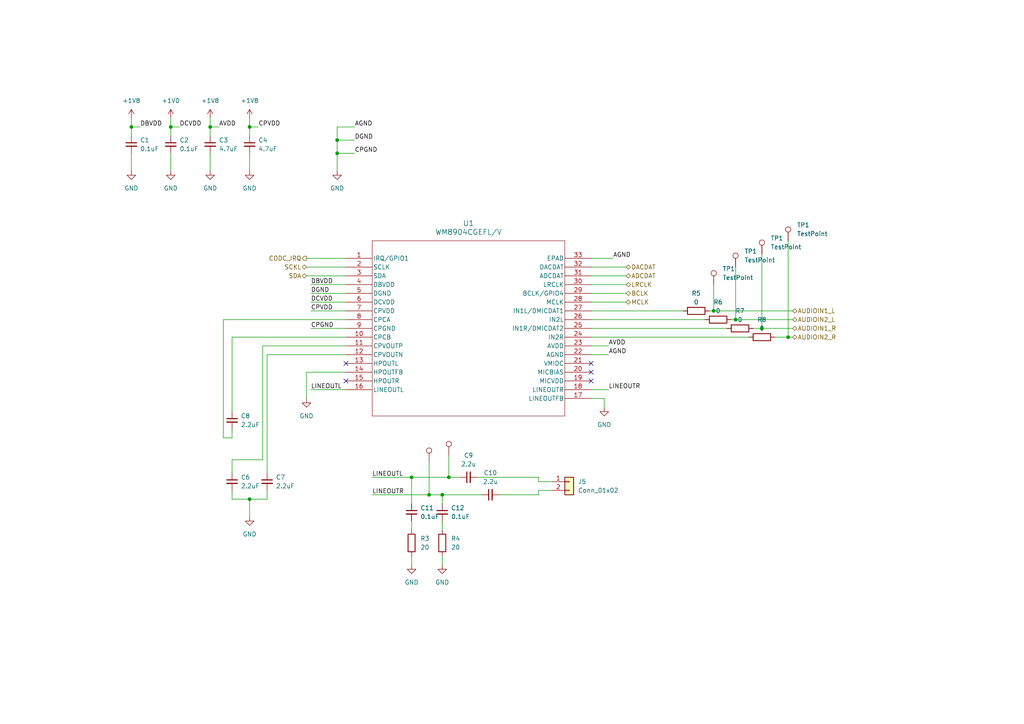
<source format=kicad_sch>
(kicad_sch (version 20230121) (generator eeschema)
  (paper "A4")
  (title_block (title "TeenieWeenie Analog Front End"))
  (lib_symbols
    (symbol "Connector:TestPoint" (pin_numbers hide) (pin_names (offset 0.762) hide)
      (property "Reference" "TP" (at 0 6.858 0))
      (property "Value" "TestPoint" (at 0 5.08 0))
      (symbol "TestPoint_0_1"
        (circle (center 0 3.302) (radius 0.762))
      )
      (symbol "TestPoint_1_1"
        (pin passive line (at 0 0 90) (length 2.54) (name "1") (number "1"))
      )
    )
    (symbol "Connector_Generic:Conn_01x02" (pin_names (offset 1.016) hide)
      (property "Reference" "J" (at 0 2.54 0))
      (property "Value" "Conn_01x02" (at 0 -5.08 0))
      (symbol "Conn_01x02_1_1"
        (rectangle (start -1.27 -2.413) (end 0 -2.667) (stroke (width 0.1524)))
        (rectangle (start -1.27 0.127) (end 0 -0.127) (stroke (width 0.1524)))
        (rectangle (start -1.27 1.27) (end 1.27 -3.81) (stroke (width 0.254)) (fill (type background)))
        (pin passive line (at -5.08 0 0) (length 3.81) (name "Pin_1") (number "1"))
        (pin passive line (at -5.08 -2.54 0) (length 3.81) (name "Pin_2") (number "2"))
      )
    )
    (symbol "Device:C_Small" (pin_numbers hide) (pin_names (offset 0.254) hide)
      (property "Reference" "C" (at 0.254 1.778 0))
      (property "Value" "C_Small" (at 0.254 -2.032 0))
      (symbol "C_Small_0_1"
        (polyline (pts (xy -1.524 -0.508) (xy 1.524 -0.508)) (stroke (width 0.3302)))
        (polyline (pts (xy -1.524 0.508) (xy 1.524 0.508)) (stroke (width 0.3048)))
      )
      (symbol "C_Small_1_1"
        (pin passive line (at 0 2.54 270) (length 2.032) (name "~") (number "1"))
        (pin passive line (at 0 -2.54 90) (length 2.032) (name "~") (number "2"))
      )
    )
    (symbol "Device:R" (pin_numbers hide) (pin_names (offset 0))
      (property "Reference" "R" (at 2.032 0 90))
      (property "Value" "R" (at 0 0 90))
      (symbol "R_0_1"
        (rectangle (start -1.016 -2.54) (end 1.016 2.54) (stroke (width 0.254)))
      )
      (symbol "R_1_1"
        (pin passive line (at 0 3.81 270) (length 1.27) (name "~") (number "1"))
        (pin passive line (at 0 -3.81 90) (length 1.27) (name "~") (number "2"))
      )
    )
    (symbol "TeenieWeenie:WM8904CGEFL_V" (pin_names (offset 0.254))
      (property "Reference" "U" (at 35.56 10.16 0))
      (property "Value" "WM8904CGEFL/V" (at 35.56 7.62 0))
      (symbol "WM8904CGEFL_V_0_1"
        (polyline (pts (xy 7.62 -45.72) (xy 63.5 -45.72)) (stroke (width 0.127)))
        (polyline (pts (xy 7.62 5.08) (xy 7.62 -45.72)) (stroke (width 0.127)))
        (polyline (pts (xy 63.5 -45.72) (xy 63.5 5.08)) (stroke (width 0.127)))
        (polyline (pts (xy 63.5 5.08) (xy 7.62 5.08)) (stroke (width 0.127)))
        (pin unspecified line (at 0 0 0) (length 7.62) (name "IRQ/GPIO1") (number "1"))
        (pin unspecified line (at 0 -22.86 0) (length 7.62) (name "CPCB") (number "10"))
        (pin output line (at 0 -25.4 0) (length 7.62) (name "CPVOUTP") (number "11"))
        (pin output line (at 0 -27.94 0) (length 7.62) (name "CPVOUTN") (number "12"))
        (pin output line (at 0 -30.48 0) (length 7.62) (name "HPOUTL") (number "13"))
        (pin output line (at 0 -33.02 0) (length 7.62) (name "HPOUTFB") (number "14"))
        (pin output line (at 0 -35.56 0) (length 7.62) (name "HPOUTR") (number "15"))
        (pin output line (at 0 -38.1 0) (length 7.62) (name "LINEOUTL") (number "16"))
        (pin output line (at 71.12 -40.64 180) (length 7.62) (name "LINEOUTFB") (number "17"))
        (pin output line (at 71.12 -38.1 180) (length 7.62) (name "LINEOUTR") (number "18"))
        (pin power_in line (at 71.12 -35.56 180) (length 7.62) (name "MICVDD") (number "19"))
        (pin unspecified line (at 0 -2.54 0) (length 7.62) (name "SCLK") (number "2"))
        (pin unspecified line (at 71.12 -33.02 180) (length 7.62) (name "MICBIAS") (number "20"))
        (pin unspecified line (at 71.12 -30.48 180) (length 7.62) (name "VMIDC") (number "21"))
        (pin power_out line (at 71.12 -27.94 180) (length 7.62) (name "AGND") (number "22"))
        (pin power_in line (at 71.12 -25.4 180) (length 7.62) (name "AVDD") (number "23"))
        (pin input line (at 71.12 -22.86 180) (length 7.62) (name "IN2R") (number "24"))
        (pin input line (at 71.12 -20.32 180) (length 7.62) (name "IN1R/DMICDAT2") (number "25"))
        (pin input line (at 71.12 -17.78 180) (length 7.62) (name "IN2L") (number "26"))
        (pin input line (at 71.12 -15.24 180) (length 7.62) (name "IN1L/DMICDAT1") (number "27"))
        (pin unspecified line (at 71.12 -12.7 180) (length 7.62) (name "MCLK") (number "28"))
        (pin unspecified line (at 71.12 -10.16 180) (length 7.62) (name "BCLK/GPIO4") (number "29"))
        (pin unspecified line (at 0 -5.08 0) (length 7.62) (name "SDA") (number "3"))
        (pin unspecified line (at 71.12 -7.62 180) (length 7.62) (name "LRCLK") (number "30"))
        (pin unspecified line (at 71.12 -5.08 180) (length 7.62) (name "ADCDAT") (number "31"))
        (pin unspecified line (at 71.12 -2.54 180) (length 7.62) (name "DACDAT") (number "32"))
        (pin unspecified line (at 71.12 0 180) (length 7.62) (name "EPAD") (number "33"))
        (pin power_in line (at 0 -7.62 0) (length 7.62) (name "DBVDD") (number "4"))
        (pin power_out line (at 0 -10.16 0) (length 7.62) (name "DGND") (number "5"))
        (pin power_in line (at 0 -12.7 0) (length 7.62) (name "DCVDD") (number "6"))
        (pin power_in line (at 0 -15.24 0) (length 7.62) (name "CPVDD") (number "7"))
        (pin unspecified line (at 0 -17.78 0) (length 7.62) (name "CPCA") (number "8"))
        (pin power_out line (at 0 -20.32 0) (length 7.62) (name "CPGND") (number "9"))
      )
    )
    (symbol "power:+1V0" (power) (pin_names (offset 0))
      (property "Value" "+1V0" (at 0 3.556 0))
      (symbol "+1V0_0_1"
        (polyline (pts (xy -0.762 1.27) (xy 0 2.54)))
        (polyline (pts (xy 0 0) (xy 0 2.54)))
        (polyline (pts (xy 0 2.54) (xy 0.762 1.27)))
      )
      (symbol "+1V0_1_1"
        (pin power_in line (at 0 0 90) (length 0) hide (name "+1V0") (number "1"))
      )
    )
    (symbol "power:+1V8" (power) (pin_names (offset 0))
      (property "Value" "+1V8" (at 0 3.556 0))
      (symbol "+1V8_0_1"
        (polyline (pts (xy -0.762 1.27) (xy 0 2.54)))
        (polyline (pts (xy 0 0) (xy 0 2.54)))
        (polyline (pts (xy 0 2.54) (xy 0.762 1.27)))
      )
      (symbol "+1V8_1_1"
        (pin power_in line (at 0 0 90) (length 0) hide (name "+1V8") (number "1"))
      )
    )
    (symbol "power:GND" (power) (pin_names (offset 0))
      (property "Value" "GND" (at 0 -3.81 0))
      (symbol "GND_0_1"
        (polyline (pts (xy 0 0) (xy 0 -1.27) (xy 1.27 -1.27) (xy 0 -2.54) (xy -1.27 -1.27) (xy 0 -1.27)))
      )
      (symbol "GND_1_1"
        (pin power_in line (at 0 0 270) (length 0) hide (name "GND") (number "1"))
      )
    )
  )
  (junction (at 72.39 36.83))
  (junction (at 97.79 40.64))
  (junction (at 220.98 95.25))
  (junction (at 60.96 36.83))
  (junction (at 97.79 44.45))
  (junction (at 228.6 97.79))
  (junction (at 213.36 92.71))
  (junction (at 207.01 90.17))
  (junction (at 49.53 36.83))
  (junction (at 130.175 138.43))
  (junction (at 128.27 143.51))
  (junction (at 119.38 138.43))
  (junction (at 38.1 36.83))
  (junction (at 72.39 144.78))
  (junction (at 124.46 143.51))
  (no_connect (at 171.45 107.95))
  (no_connect (at 171.45 110.49))
  (no_connect (at 100.33 110.49))
  (no_connect (at 100.33 105.41))
  (no_connect (at 171.45 105.41))
  (wire (pts (xy 171.45 115.57) (xy 175.26 115.57)))
  (wire (pts (xy 128.27 151.13) (xy 128.27 153.67)))
  (wire (pts (xy 67.31 124.46) (xy 67.31 127)))
  (wire (pts (xy 72.39 144.78) (xy 72.39 149.86)))
  (wire (pts (xy 213.36 92.71) (xy 229.87 92.71)))
  (wire (pts (xy 67.31 144.78) (xy 72.39 144.78)))
  (wire (pts (xy 224.79 97.79) (xy 228.6 97.79)))
  (wire (pts (xy 88.9 74.93) (xy 100.33 74.93)))
  (wire (pts (xy 77.47 142.24) (xy 77.47 144.78)))
  (wire (pts (xy 171.45 100.33) (xy 176.53 100.33)))
  (wire (pts (xy 49.53 44.45) (xy 49.53 49.53)))
  (wire (pts (xy 90.17 113.03) (xy 100.33 113.03)))
  (wire (pts (xy 213.36 77.47) (xy 213.36 92.71)))
  (wire (pts (xy 220.98 95.25) (xy 229.87 95.25)))
  (wire (pts (xy 171.45 87.63) (xy 181.61 87.63)))
  (wire (pts (xy 171.45 77.47) (xy 181.61 77.47)))
  (wire (pts (xy 228.6 69.85) (xy 228.6 97.79)))
  (wire (pts (xy 76.2 100.33) (xy 76.2 133.35)))
  (wire (pts (xy 228.6 97.79) (xy 229.87 97.79)))
  (wire (pts (xy 212.09 92.71) (xy 213.36 92.71)))
  (wire (pts (xy 130.175 132.08) (xy 130.175 138.43)))
  (wire (pts (xy 88.9 77.47) (xy 100.33 77.47)))
  (wire (pts (xy 156.21 143.51) (xy 156.21 142.24)))
  (wire (pts (xy 97.79 49.53) (xy 97.79 44.45)))
  (wire (pts (xy 60.96 34.29) (xy 60.96 36.83)))
  (wire (pts (xy 124.46 133.985) (xy 124.46 143.51)))
  (wire (pts (xy 49.53 36.83) (xy 49.53 39.37)))
  (wire (pts (xy 90.17 95.25) (xy 100.33 95.25)))
  (wire (pts (xy 64.77 92.71) (xy 64.77 127)))
  (wire (pts (xy 171.45 90.17) (xy 198.12 90.17)))
  (wire (pts (xy 156.21 142.24) (xy 160.02 142.24)))
  (wire (pts (xy 207.01 90.17) (xy 229.87 90.17)))
  (wire (pts (xy 67.31 97.79) (xy 100.33 97.79)))
  (wire (pts (xy 119.38 138.43) (xy 119.38 146.05)))
  (wire (pts (xy 38.1 36.83) (xy 40.64 36.83)))
  (wire (pts (xy 38.1 36.83) (xy 38.1 39.37)))
  (wire (pts (xy 100.33 100.33) (xy 76.2 100.33)))
  (wire (pts (xy 107.95 138.43) (xy 119.38 138.43)))
  (wire (pts (xy 77.47 102.87) (xy 77.47 137.16)))
  (wire (pts (xy 128.27 161.29) (xy 128.27 163.83)))
  (wire (pts (xy 207.01 82.55) (xy 207.01 90.17)))
  (wire (pts (xy 72.39 144.78) (xy 77.47 144.78)))
  (wire (pts (xy 90.17 82.55) (xy 100.33 82.55)))
  (wire (pts (xy 38.1 34.29) (xy 38.1 36.83)))
  (wire (pts (xy 119.38 138.43) (xy 130.175 138.43)))
  (wire (pts (xy 67.31 137.16) (xy 67.31 133.35)))
  (wire (pts (xy 97.79 36.83) (xy 102.87 36.83)))
  (wire (pts (xy 175.26 115.57) (xy 175.26 118.11)))
  (wire (pts (xy 138.43 138.43) (xy 156.21 138.43)))
  (wire (pts (xy 38.1 44.45) (xy 38.1 49.53)))
  (wire (pts (xy 128.27 143.51) (xy 128.27 146.05)))
  (wire (pts (xy 171.45 85.09) (xy 181.61 85.09)))
  (wire (pts (xy 90.17 85.09) (xy 100.33 85.09)))
  (wire (pts (xy 171.45 113.03) (xy 176.53 113.03)))
  (wire (pts (xy 67.31 133.35) (xy 76.2 133.35)))
  (wire (pts (xy 90.17 90.17) (xy 100.33 90.17)))
  (wire (pts (xy 90.17 87.63) (xy 100.33 87.63)))
  (wire (pts (xy 156.21 139.7) (xy 160.02 139.7)))
  (wire (pts (xy 49.53 34.29) (xy 49.53 36.83)))
  (wire (pts (xy 72.39 36.83) (xy 74.93 36.83)))
  (wire (pts (xy 124.46 143.51) (xy 128.27 143.51)))
  (wire (pts (xy 119.38 161.29) (xy 119.38 163.83)))
  (wire (pts (xy 171.45 74.93) (xy 177.8 74.93)))
  (wire (pts (xy 67.31 142.24) (xy 67.31 144.78)))
  (wire (pts (xy 119.38 151.13) (xy 119.38 153.67)))
  (wire (pts (xy 88.9 107.95) (xy 88.9 115.57)))
  (wire (pts (xy 60.96 44.45) (xy 60.96 49.53)))
  (wire (pts (xy 72.39 44.45) (xy 72.39 49.53)))
  (wire (pts (xy 220.98 73.66) (xy 220.98 95.25)))
  (wire (pts (xy 49.53 36.83) (xy 52.07 36.83)))
  (wire (pts (xy 130.175 138.43) (xy 133.35 138.43)))
  (wire (pts (xy 88.9 107.95) (xy 100.33 107.95)))
  (wire (pts (xy 60.96 36.83) (xy 60.96 39.37)))
  (wire (pts (xy 171.45 80.01) (xy 181.61 80.01)))
  (wire (pts (xy 67.31 127) (xy 64.77 127)))
  (wire (pts (xy 171.45 102.87) (xy 176.53 102.87)))
  (wire (pts (xy 97.79 40.64) (xy 102.87 40.64)))
  (wire (pts (xy 171.45 97.79) (xy 217.17 97.79)))
  (wire (pts (xy 144.78 143.51) (xy 156.21 143.51)))
  (wire (pts (xy 97.79 44.45) (xy 97.79 40.64)))
  (wire (pts (xy 72.39 34.29) (xy 72.39 36.83)))
  (wire (pts (xy 67.31 119.38) (xy 67.31 97.79)))
  (wire (pts (xy 72.39 36.83) (xy 72.39 39.37)))
  (wire (pts (xy 171.45 92.71) (xy 204.47 92.71)))
  (wire (pts (xy 77.47 102.87) (xy 100.33 102.87)))
  (wire (pts (xy 64.77 92.71) (xy 100.33 92.71)))
  (wire (pts (xy 218.44 95.25) (xy 220.98 95.25)))
  (wire (pts (xy 88.9 80.01) (xy 100.33 80.01)))
  (wire (pts (xy 128.27 143.51) (xy 139.7 143.51)))
  (wire (pts (xy 171.45 82.55) (xy 181.61 82.55)))
  (wire (pts (xy 205.74 90.17) (xy 207.01 90.17)))
  (wire (pts (xy 107.95 143.51) (xy 124.46 143.51)))
  (wire (pts (xy 156.21 138.43) (xy 156.21 139.7)))
  (wire (pts (xy 97.79 44.45) (xy 102.87 44.45)))
  (wire (pts (xy 60.96 36.83) (xy 63.5 36.83)))
  (wire (pts (xy 171.45 95.25) (xy 210.82 95.25)))
  (wire (pts (xy 97.79 40.64) (xy 97.79 36.83)))
  (label "DBVDD" (at 40.64 36.83 0))
  (label "CPGND" (at 90.17 95.25 0))
  (label "LINEOUTL" (at 90.17 113.03 0))
  (label "AVDD" (at 63.5 36.83 0))
  (label "LINEOUTL" (at 107.95 138.43 0))
  (label "DBVDD" (at 90.17 82.55 0))
  (label "CPGND" (at 102.87 44.45 0))
  (label "CPVDD" (at 74.93 36.83 0))
  (label "DCVDD" (at 90.17 87.63 0))
  (label "AVDD" (at 176.53 100.33 0))
  (label "CPVDD" (at 90.17 90.17 0))
  (label "DGND" (at 102.87 40.64 0))
  (label "LINEOUTR" (at 107.95 143.51 0))
  (label "DGND" (at 90.17 85.09 0))
  (label "DCVDD" (at 52.07 36.83 0))
  (label "AGND" (at 102.87 36.83 0))
  (label "LINEOUTR" (at 176.53 113.03 0))
  (label "AGND" (at 176.53 102.87 0))
  (label "AGND" (at 177.8 74.93 0))
  (hierarchical_label "MCLK" (shape bidirectional) (at 181.61 87.63 0))
  (hierarchical_label "AUDIOIN2_L" (shape bidirectional) (at 229.87 92.71 0))
  (hierarchical_label "SCKL" (shape bidirectional) (at 88.9 77.47 180))
  (hierarchical_label "AUDIOIN2_R" (shape bidirectional) (at 229.87 97.79 0))
  (hierarchical_label "ADCDAT" (shape bidirectional) (at 181.61 80.01 0))
  (hierarchical_label "SDA" (shape bidirectional) (at 88.9 80.01 180))
  (hierarchical_label "CODC_IRQ" (shape output) (at 88.9 74.93 180))
  (hierarchical_label "AUDIOIN1_L" (shape bidirectional) (at 229.87 90.17 0))
  (hierarchical_label "BCLK" (shape bidirectional) (at 181.61 85.09 0))
  (hierarchical_label "AUDIOIN1_R" (shape bidirectional) (at 229.87 95.25 0))
  (hierarchical_label "LRCLK" (shape bidirectional) (at 181.61 82.55 0))
  (hierarchical_label "DACDAT" (shape bidirectional) (at 181.61 77.47 0))
  (symbol (lib_id "Device:C_Small") (at 128.27 148.59 0) (unit 1)
    (property "Reference" "C12" (at 130.81 147.3263 0) (effects (justify left)))
    (property "Value" "0.1uF" (at 130.81 149.8663 0) (effects (justify left)))
    (property "Footprint" "Capacitor_SMD:C_0402_1005Metric" (effects hide))
  )
  (symbol (lib_id "Connector:TestPoint") (at 228.6 69.85 0) (unit 1)
    (property "Reference" "TP1" (at 231.14 65.278 0) (effects (justify left)))
    (property "Value" "TestPoint" (at 231.14 67.818 0) (effects (justify left)))
    (property "Footprint" "TestPoint:TestPoint_Pad_1.5x1.5mm" (effects hide))
    (instances (project "TeenieWeenie" (path "" (reference "TP1") (unit 1)) (path "" (reference "TP4") (unit 1))))
  )
  (symbol (lib_id "power:GND") (at 88.9 115.57 0) (unit 1)
    (property "Reference" "#PWR076" (effects hide))
    (property "Value" "GND" (at 88.9 120.65 0))
  )
  (symbol (lib_id "Device:C_Small") (at 67.31 121.92 0) (unit 1)
    (property "Reference" "C8" (at 69.85 120.6563 0) (effects (justify left)))
    (property "Value" "2.2uF" (at 69.85 123.1963 0) (effects (justify left)))
    (property "Footprint" "Capacitor_SMD:C_0402_1005Metric" (effects hide))
  )
  (symbol (lib_id "power:GND") (at 60.96 49.53 0) (unit 1)
    (property "Reference" "#PWR03" (effects hide))
    (property "Value" "GND" (at 60.96 54.61 0))
  )
  (symbol (lib_id "Device:C_Small") (at 72.39 41.91 0) (unit 1)
    (property "Reference" "C4" (at 74.93 40.6463 0) (effects (justify left)))
    (property "Value" "4.7uF" (at 74.93 43.1863 0) (effects (justify left)))
    (property "Footprint" "Capacitor_SMD:C_0402_1005Metric" (effects hide))
  )
  (symbol (lib_id "Device:R") (at 201.93 90.17 90) (unit 1)
    (property "Reference" "R5" (at 201.93 85.09 90))
    (property "Value" "0" (at 201.93 87.63 90))
    (property "Footprint" "Resistor_SMD:R_0402_1005Metric" (effects hide))
  )
  (symbol (lib_id "Connector:TestPoint") (at 207.01 82.55 0) (unit 1)
    (property "Reference" "TP1" (at 209.55 77.978 0) (effects (justify left)))
    (property "Value" "TestPoint" (at 209.55 80.518 0) (effects (justify left)))
    (property "Footprint" "TestPoint:TestPoint_Pad_1.5x1.5mm" (effects hide))
    (instances (project "TeenieWeenie" (path "" (reference "TP1") (unit 1)) (path "" (reference "TP7") (unit 1))))
  )
  (symbol (lib_id "power:GND") (at 72.39 149.86 0) (unit 1)
    (property "Reference" "#PWR06" (effects hide))
    (property "Value" "GND" (at 72.39 154.94 0))
  )
  (symbol (lib_id "Device:R") (at 214.63 95.25 90) (unit 1)
    (property "Reference" "R7" (at 214.63 90.17 90))
    (property "Value" "0" (at 214.63 92.71 90))
    (property "Footprint" "Resistor_SMD:R_0402_1005Metric" (effects hide))
  )
  (symbol (lib_id "TeenieWeenie:WM8904CGEFL_V") (at 100.33 74.93 0) (unit 1)
    (property "Reference" "U1" (at 135.89 64.77 0) (effects (font (size 1.524 1.524))))
    (property "Value" "WM8904CGEFL/V" (at 135.89 67.31 0) (effects (font (size 1.524 1.524))))
    (property "Footprint" "TeenieWeenieLibrary:QFN32_4X4_CIR" (effects hide))
    (property "Datasheet" "WM8904CGEFL/V" (effects hide))
  )
  (symbol (lib_id "Device:C_Small") (at 38.1 41.91 0) (unit 1)
    (property "Reference" "C1" (at 40.64 40.6463 0) (effects (justify left)))
    (property "Value" "0.1uF" (at 40.64 43.1863 0) (effects (justify left)))
    (property "Footprint" "Capacitor_SMD:C_0402_1005Metric" (effects hide))
  )
  (symbol (lib_id "power:+1V8") (at 60.96 34.29 0) (unit 1)
    (property "Reference" "#PWR074" (effects hide))
    (property "Value" "+1V8" (at 60.96 29.21 0))
  )
  (symbol (lib_id "power:GND") (at 72.39 49.53 0) (unit 1)
    (property "Reference" "#PWR04" (effects hide))
    (property "Value" "GND" (at 72.39 54.61 0))
  )
  (symbol (lib_id "Device:C_Small") (at 67.31 139.7 0) (unit 1)
    (property "Reference" "C6" (at 69.85 138.4363 0) (effects (justify left)))
    (property "Value" "2.2uF" (at 69.85 140.9763 0) (effects (justify left)))
    (property "Footprint" "Capacitor_SMD:C_0402_1005Metric" (effects hide))
  )
  (symbol (lib_id "power:GND") (at 119.38 163.83 0) (unit 1)
    (property "Reference" "#PWR09" (effects hide))
    (property "Value" "GND" (at 119.38 168.91 0))
  )
  (symbol (lib_id "Device:R") (at 220.98 97.79 90) (unit 1)
    (property "Reference" "R8" (at 220.98 92.71 90))
    (property "Value" "0" (at 220.98 95.25 90))
    (property "Footprint" "Resistor_SMD:R_0402_1005Metric" (effects hide))
  )
  (symbol (lib_id "Connector:TestPoint") (at 220.98 73.66 0) (unit 1)
    (property "Reference" "TP1" (at 223.52 69.088 0) (effects (justify left)))
    (property "Value" "TestPoint" (at 223.52 71.628 0) (effects (justify left)))
    (property "Footprint" "TestPoint:TestPoint_Pad_1.5x1.5mm" (effects hide))
    (instances (project "TeenieWeenie" (path "" (reference "TP1") (unit 1)) (path "" (reference "TP5") (unit 1))))
  )
  (symbol (lib_id "Connector:TestPoint") (at 213.36 77.47 0) (unit 1)
    (property "Reference" "TP1" (at 215.9 72.898 0) (effects (justify left)))
    (property "Value" "TestPoint" (at 215.9 75.438 0) (effects (justify left)))
    (property "Footprint" "TestPoint:TestPoint_Pad_1.5x1.5mm" (effects hide))
    (instances (project "TeenieWeenie" (path "" (reference "TP1") (unit 1)) (path "" (reference "TP6") (unit 1))))
  )
  (symbol (lib_id "power:GND") (at 38.1 49.53 0) (unit 1)
    (property "Reference" "#PWR01" (effects hide))
    (property "Value" "GND" (at 38.1 54.61 0))
  )
  (symbol (lib_id "Device:R") (at 119.38 157.48 0) (unit 1)
    (property "Reference" "R3" (at 121.92 156.21 0) (effects (justify left)))
    (property "Value" "20" (at 121.92 158.75 0) (effects (justify left)))
    (property "Footprint" "Resistor_SMD:R_0402_1005Metric" (effects hide))
  )
  (symbol (lib_id "power:GND") (at 128.27 163.83 0) (unit 1)
    (property "Reference" "#PWR010" (effects hide))
    (property "Value" "GND" (at 128.27 168.91 0))
  )
  (symbol (lib_id "Device:C_Small") (at 49.53 41.91 0) (unit 1)
    (property "Reference" "C2" (at 52.07 40.6463 0) (effects (justify left)))
    (property "Value" "0.1uF" (at 52.07 43.1863 0) (effects (justify left)))
    (property "Footprint" "Capacitor_SMD:C_0402_1005Metric" (effects hide))
  )
  (symbol (lib_id "Connector:TestPoint") (at 124.46 133.985 0) (unit 1)
    (property "Reference" "TP1" (effects hide))
    (property "Value" "TestPoint" (effects hide))
    (property "Footprint" "TestPoint:TestPoint_Pad_1.5x1.5mm" (effects hide))
    (instances (project "TeenieWeenie" (path "" (reference "TP1") (unit 1)) (path "" (reference "TP13") (unit 1)) (path "" (reference "TP18") (unit 1))))
  )
  (symbol (lib_id "Device:R") (at 128.27 157.48 0) (unit 1)
    (property "Reference" "R4" (at 130.81 156.21 0) (effects (justify left)))
    (property "Value" "20" (at 130.81 158.75 0) (effects (justify left)))
    (property "Footprint" "Resistor_SMD:R_0402_1005Metric" (effects hide))
  )
  (symbol (lib_id "Device:C_Small") (at 77.47 139.7 0) (unit 1)
    (property "Reference" "C7" (at 80.01 138.4363 0) (effects (justify left)))
    (property "Value" "2.2uF" (at 80.01 140.9763 0) (effects (justify left)))
    (property "Footprint" "Capacitor_SMD:C_0402_1005Metric" (effects hide))
  )
  (symbol (lib_id "Device:C_Small") (at 142.24 143.51 90) (unit 1)
    (property "Reference" "C10" (at 142.2463 137.16 90))
    (property "Value" "2.2u" (at 142.2463 139.7 90))
    (property "Footprint" "Capacitor_SMD:C_0402_1005Metric" (effects hide))
  )
  (symbol (lib_id "power:GND") (at 97.79 49.53 0) (unit 1)
    (property "Reference" "#PWR011" (effects hide))
    (property "Value" "GND" (at 97.79 54.61 0))
  )
  (symbol (lib_id "Connector_Generic:Conn_01x02") (at 165.1 139.7 0) (unit 1)
    (property "Reference" "J5" (at 167.64 139.7 0) (effects (justify left)))
    (property "Value" "Conn_01x02" (at 167.64 142.24 0) (effects (justify left)))
  )
  (symbol (lib_id "power:+1V8") (at 72.39 34.29 0) (unit 1)
    (property "Reference" "#PWR075" (effects hide))
    (property "Value" "+1V8" (at 72.39 29.21 0))
  )
  (symbol (lib_id "power:GND") (at 49.53 49.53 0) (unit 1)
    (property "Reference" "#PWR02" (effects hide))
    (property "Value" "GND" (at 49.53 54.61 0))
  )
  (symbol (lib_id "Device:C_Small") (at 60.96 41.91 0) (unit 1)
    (property "Reference" "C3" (at 63.5 40.6463 0) (effects (justify left)))
    (property "Value" "4.7uF" (at 63.5 43.1863 0) (effects (justify left)))
    (property "Footprint" "Capacitor_SMD:C_0402_1005Metric" (effects hide))
  )
  (symbol (lib_id "Device:R") (at 208.28 92.71 90) (unit 1)
    (property "Reference" "R6" (at 208.28 87.63 90))
    (property "Value" "0" (at 208.28 90.17 90))
    (property "Footprint" "Resistor_SMD:R_0402_1005Metric" (effects hide))
  )
  (symbol (lib_id "power:+1V0") (at 49.53 34.29 0) (unit 1)
    (property "Reference" "#PWR072" (effects hide))
    (property "Value" "+1V0" (at 49.53 29.21 0))
  )
  (symbol (lib_id "power:+1V8") (at 38.1 34.29 0) (unit 1)
    (property "Reference" "#PWR073" (effects hide))
    (property "Value" "+1V8" (at 38.1 29.21 0))
  )
  (symbol (lib_id "Device:C_Small") (at 135.89 138.43 90) (unit 1)
    (property "Reference" "C9" (at 135.8963 132.08 90))
    (property "Value" "2.2u" (at 135.8963 134.62 90))
    (property "Footprint" "Capacitor_SMD:C_0402_1005Metric" (effects hide))
  )
  (symbol (lib_id "Device:C_Small") (at 119.38 148.59 0) (unit 1)
    (property "Reference" "C11" (at 121.92 147.3263 0) (effects (justify left)))
    (property "Value" "0.1uF" (at 121.92 149.8663 0) (effects (justify left)))
    (property "Footprint" "Capacitor_SMD:C_0402_1005Metric" (effects hide))
  )
  (symbol (lib_id "power:GND") (at 175.26 118.11 0) (unit 1)
    (property "Reference" "#PWR07" (effects hide))
    (property "Value" "GND" (at 175.26 123.19 0))
  )
  (symbol (lib_id "Connector:TestPoint") (at 130.175 132.08 0) (unit 1)
    (property "Reference" "TP1" (effects hide))
    (property "Value" "TestPoint" (effects hide))
    (property "Footprint" "TestPoint:TestPoint_Pad_1.5x1.5mm" (effects hide))
    (instances (project "TeenieWeenie" (path "" (reference "TP1") (unit 1)) (path "" (reference "TP13") (unit 1)) (path "" (reference "TP17") (unit 1))))
  )
)
</source>
